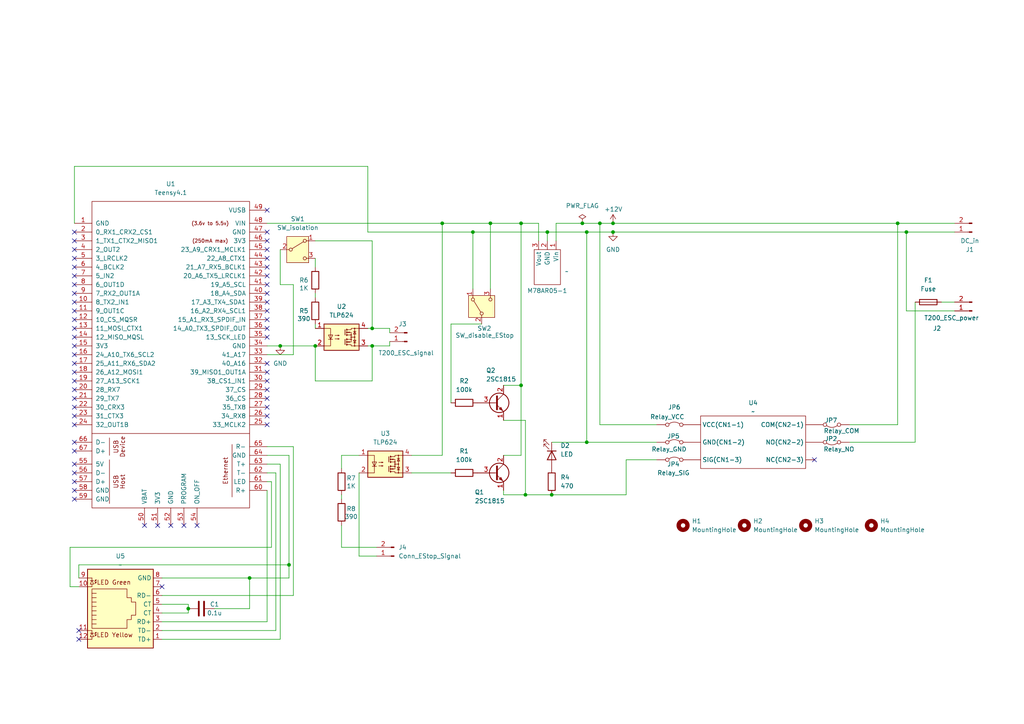
<source format=kicad_sch>
(kicad_sch (version 20231120) (generator "eeschema") (generator_version "8.0")
  (paper "A4")
  (lib_symbols
    (symbol "AE-RELAY953B-12V:AE-RELAY953B-12V"
      (property "Reference" "U" (at 0 0 0))
      (symbol "AE-RELAY953B-12V_0_1"
        (rectangle (start -16.51 7.62) (end 13.97 -7.62))
      )
      (symbol "AE-RELAY953B-12V_1_1"
        (pin input line (at 16.51 5.08 180) (length 2.54) (name "COM(CN2-1)") (number ""))
        (pin input line (at -19.05 0 0) (length 2.54) (name "GND(CN1-2)") (number ""))
        (pin input line (at 16.51 -5.08 180) (length 2.54) (name "NC(CN2-3)") (number ""))
        (pin input line (at 16.51 0 180) (length 2.54) (name "NO(CN2-2)") (number ""))
        (pin input line (at -19.05 -5.08 0) (length 2.54) (name "SIG(CN1-3)") (number ""))
        (pin input line (at -19.05 5.08 0) (length 2.54) (name "VCC(CN1-1)") (number ""))
      )
    )
    (symbol "Connector:Conn_01x02_Pin" (pin_names (offset 1.016) hide)
      (property "Reference" "J" (at 0 2.54 0))
      (property "Value" "Conn_01x02_Pin" (at 0 -5.08 0))
      (symbol "Conn_01x02_Pin_1_1"
        (polyline (pts (xy 1.27 -2.54) (xy 0.8636 -2.54)) (stroke (width 0.1524)))
        (polyline (pts (xy 1.27 0) (xy 0.8636 0)) (stroke (width 0.1524)))
        (rectangle (start 0.8636 -2.413) (end 0 -2.667) (stroke (width 0.1524)) (fill (type outline)))
        (rectangle (start 0.8636 0.127) (end 0 -0.127) (stroke (width 0.1524)) (fill (type outline)))
        (pin passive line (at 5.08 0 180) (length 3.81) (name "Pin_1") (number "1"))
        (pin passive line (at 5.08 -2.54 180) (length 3.81) (name "Pin_2") (number "2"))
      )
    )
    (symbol "Device:C" (pin_numbers hide) (pin_names (offset 0.254))
      (property "Reference" "C" (at 0.635 2.54 0))
      (property "Value" "C" (at 0.635 -2.54 0))
      (symbol "C_0_1"
        (polyline (pts (xy -2.032 -0.762) (xy 2.032 -0.762)) (stroke (width 0.508)))
        (polyline (pts (xy -2.032 0.762) (xy 2.032 0.762)) (stroke (width 0.508)))
      )
      (symbol "C_1_1"
        (pin passive line (at 0 3.81 270) (length 2.794) (name "~") (number "1"))
        (pin passive line (at 0 -3.81 90) (length 2.794) (name "~") (number "2"))
      )
    )
    (symbol "Device:Fuse" (pin_numbers hide) (pin_names (offset 0))
      (property "Reference" "F" (at 2.032 0 90))
      (property "Value" "Fuse" (at -1.905 0 90))
      (symbol "Fuse_0_1"
        (rectangle (start -0.762 -2.54) (end 0.762 2.54) (stroke (width 0.254)))
        (polyline (pts (xy 0 2.54) (xy 0 -2.54)))
      )
      (symbol "Fuse_1_1"
        (pin passive line (at 0 3.81 270) (length 1.27) (name "~") (number "1"))
        (pin passive line (at 0 -3.81 90) (length 1.27) (name "~") (number "2"))
      )
    )
    (symbol "Device:LED" (pin_numbers hide) (pin_names (offset 1.016) hide)
      (property "Reference" "D" (at 0 2.54 0))
      (property "Value" "LED" (at 0 -2.54 0))
      (symbol "LED_0_1"
        (polyline (pts (xy -1.27 -1.27) (xy -1.27 1.27)) (stroke (width 0.254)))
        (polyline (pts (xy -1.27 0) (xy 1.27 0)))
        (polyline (pts (xy 1.27 -1.27) (xy 1.27 1.27) (xy -1.27 0) (xy 1.27 -1.27)) (stroke (width 0.254)))
        (polyline (pts (xy -3.048 -0.762) (xy -4.572 -2.286) (xy -3.81 -2.286) (xy -4.572 -2.286) (xy -4.572 -1.524)))
        (polyline (pts (xy -1.778 -0.762) (xy -3.302 -2.286) (xy -2.54 -2.286) (xy -3.302 -2.286) (xy -3.302 -1.524)))
      )
      (symbol "LED_1_1"
        (pin passive line (at -3.81 0 0) (length 2.54) (name "K") (number "1"))
        (pin passive line (at 3.81 0 180) (length 2.54) (name "A") (number "2"))
      )
    )
    (symbol "Device:R" (pin_numbers hide) (pin_names (offset 0))
      (property "Reference" "R" (at 2.032 0 90))
      (property "Value" "R" (at 0 0 90))
      (symbol "R_0_1"
        (rectangle (start -1.016 -2.54) (end 1.016 2.54) (stroke (width 0.254)))
      )
      (symbol "R_1_1"
        (pin passive line (at 0 3.81 270) (length 1.27) (name "~") (number "1"))
        (pin passive line (at 0 -3.81 90) (length 1.27) (name "~") (number "2"))
      )
    )
    (symbol "Jumper:Jumper_2_Bridged" (pin_numbers hide) (pin_names (offset 0) hide) (exclude_from_sim yes)
      (property "Reference" "JP" (at 0 1.905 0))
      (property "Value" "Jumper_2_Bridged" (at 0 -2.54 0))
      (symbol "Jumper_2_Bridged_0_0"
        (circle (center -2.032 0) (radius 0.508))
        (circle (center 2.032 0) (radius 0.508))
      )
      (symbol "Jumper_2_Bridged_0_1"
        (arc (start 1.524 0.254) (mid 0 0.762) (end -1.524 0.254))
      )
      (symbol "Jumper_2_Bridged_1_1"
        (pin passive line (at -5.08 0 0) (length 2.54) (name "A") (number "1"))
        (pin passive line (at 5.08 0 180) (length 2.54) (name "B") (number "2"))
      )
    )
    (symbol "M78AR05-1:M78AR05-1"
      (property "Reference" "M78AR05-1" (at 0.254 4.826 0))
      (symbol "M78AR05-1_0_1"
        (rectangle (start -5.08 3.81) (end 5.08 -3.81))
      )
      (symbol "M78AR05-1_1_1"
        (pin input line (at -7.62 2.54 0) (length 2.54) (name "Vin") (number "1"))
        (pin input line (at -7.62 0 0) (length 2.54) (name "GND") (number "2"))
        (pin output line (at -7.62 -2.54 0) (length 2.54) (name "Vout") (number "3"))
      )
    )
    (symbol "Mechanical:MountingHole" (pin_names (offset 1.016)) (exclude_from_sim yes) (in_bom no)
      (property "Reference" "H" (at 0 5.08 0))
      (property "Value" "MountingHole" (at 0 3.175 0))
      (symbol "MountingHole_0_1"
        (circle (center 0 0) (radius 1.27) (stroke (width 1.27)))
      )
    )
    (symbol "RJLD-260YC1:RJLD-260YC1"
      (property "Reference" "U" (at 0 12.7 0))
      (symbol "RJLD-260YC1_0_1"
        (rectangle (start -7.62 11.43) (end 11.43 -11.43) (stroke (width 0.254)) (fill (type background)))
        (polyline (pts (xy -7.62 -8.89) (xy -6.35 -8.89)))
        (polyline (pts (xy -7.62 -6.35) (xy -6.35 -6.35)))
        (polyline (pts (xy -7.62 6.35) (xy -6.35 6.35)))
        (polyline (pts (xy -7.62 8.89) (xy -6.35 8.89)))
        (polyline (pts (xy -6.858 -7.112) (xy -5.842 -7.112)))
        (polyline (pts (xy -6.858 8.128) (xy -5.842 8.128)))
        (polyline (pts (xy -6.35 -8.89) (xy -6.35 -8.128)))
        (polyline (pts (xy -6.35 -6.35) (xy -6.35 -7.112)))
        (polyline (pts (xy -6.35 6.35) (xy -6.35 7.112)))
        (polyline (pts (xy -6.35 8.89) (xy -6.35 8.128)))
        (polyline (pts (xy -5.08 -7.493) (xy -5.207 -7.874)))
        (polyline (pts (xy -5.08 -6.858) (xy -5.207 -7.239)))
        (polyline (pts (xy -5.08 3.175) (xy -6.35 3.175)))
        (polyline (pts (xy -5.08 4.445) (xy -6.35 4.445)))
        (polyline (pts (xy -5.08 7.747) (xy -5.207 7.366)))
        (polyline (pts (xy -5.08 8.382) (xy -5.207 8.001)))
        (polyline (pts (xy -6.35 -4.445) (xy -5.08 -4.445) (xy -5.08 -4.445)))
        (polyline (pts (xy -6.35 -3.175) (xy -5.08 -3.175) (xy -5.08 -3.175)))
        (polyline (pts (xy -6.35 -1.905) (xy -5.08 -1.905) (xy -5.08 -1.905)))
        (polyline (pts (xy -6.35 -0.635) (xy -5.08 -0.635) (xy -5.08 -0.635)))
        (polyline (pts (xy -6.35 0.635) (xy -5.08 0.635) (xy -5.08 0.635)))
        (polyline (pts (xy -5.588 -8.001) (xy -5.08 -7.493) (xy -5.461 -7.62)))
        (polyline (pts (xy -5.588 -7.366) (xy -5.08 -6.858) (xy -5.461 -6.985)))
        (polyline (pts (xy -5.588 7.239) (xy -5.08 7.747) (xy -5.461 7.62)))
        (polyline (pts (xy -5.588 7.874) (xy -5.08 8.382) (xy -5.461 8.255)))
        (polyline (pts (xy -5.08 1.905) (xy -6.35 1.905) (xy -6.35 1.905)))
        (polyline (pts (xy -6.35 -7.112) (xy -6.858 -8.128) (xy -5.842 -8.128) (xy -6.35 -7.112)))
        (polyline (pts (xy -6.35 8.128) (xy -6.858 7.112) (xy -5.842 7.112) (xy -6.35 8.128)))
        (polyline (pts (xy -6.35 -5.715) (xy -6.35 5.715) (xy 3.81 5.715) (xy 3.81 3.175) (xy 5.08 3.175) (xy 5.08 1.905) (xy 6.35 1.905) (xy 6.35 -1.905) (xy 5.08 -1.905) (xy 5.08 -3.175) (xy 3.81 -3.175) (xy 3.81 -5.715) (xy -6.35 -5.715) (xy -6.35 -5.715)))
      )
      (symbol "RJLD-260YC1_1_1"
        (text "LED Green" (at 0 7.62 0) (effects (font (size 1.27 1.27))))
        (text "LED Yellow" (at 0.254 -7.62 0) (effects (font (size 1.27 1.27))))
        (pin passive line (at 13.97 -8.89 180) (length 2.54) (name "TD+") (number "1"))
        (pin passive line (at -10.16 6.35 0) (length 2.54) (name "~") (number "10"))
        (pin passive line (at -10.16 -6.35 0) (length 2.54) (name "~") (number "11"))
        (pin passive line (at -10.16 -8.89 0) (length 2.54) (name "~") (number "12"))
        (pin passive line (at 13.97 -6.35 180) (length 2.54) (name "TD-") (number "2"))
        (pin passive line (at 13.97 -3.81 180) (length 2.54) (name "RD+") (number "3"))
        (pin passive line (at 13.97 -1.27 180) (length 2.54) (name "CT") (number "4"))
        (pin passive line (at 13.97 1.27 180) (length 2.54) (name "CT") (number "5"))
        (pin passive line (at 13.97 3.81 180) (length 2.54) (name "RD-") (number "6"))
        (pin passive line (at 13.97 6.35 180) (length 2.54) (name "~") (number "7"))
        (pin passive line (at 13.97 8.89 180) (length 2.54) (name "GND") (number "8"))
        (pin passive line (at -10.16 8.89 0) (length 2.54) (name "~") (number "9"))
      )
    )
    (symbol "Relay_SolidState:TLP222A"
      (property "Reference" "U" (at -5.08 5.08 0))
      (property "Value" "TLP222A" (at 0 5.08 0))
      (symbol "TLP222A_0_1"
        (rectangle (start -5.08 3.81) (end 5.08 -3.81) (stroke (width 0.254)) (fill (type background)))
        (polyline (pts (xy -3.81 -0.635) (xy -2.54 -0.635)))
        (polyline (pts (xy 1.016 -0.635) (xy 1.016 -2.159)) (stroke (width 0.2032)))
        (polyline (pts (xy 1.016 2.159) (xy 1.016 0.635)) (stroke (width 0.2032)))
        (polyline (pts (xy 1.524 -0.508) (xy 1.524 -0.762)) (stroke (width 0.3556)))
        (polyline (pts (xy 2.794 0) (xy 3.81 0)))
        (polyline (pts (xy 3.429 -1.651) (xy 4.191 -1.651)))
        (polyline (pts (xy 3.429 1.651) (xy 4.191 1.651)))
        (polyline (pts (xy 3.81 -2.54) (xy 3.81 2.54)))
        (polyline (pts (xy 1.524 -2.032) (xy 1.524 -2.286) (xy 1.524 -2.286)) (stroke (width 0.3556)))
        (polyline (pts (xy 1.524 -1.27) (xy 1.524 -1.524) (xy 1.524 -1.524)) (stroke (width 0.3556)))
        (polyline (pts (xy 1.524 0.762) (xy 1.524 0.508) (xy 1.524 0.508)) (stroke (width 0.3556)))
        (polyline (pts (xy 1.524 1.524) (xy 1.524 1.27) (xy 1.524 1.27)) (stroke (width 0.3556)))
        (polyline (pts (xy 1.524 2.286) (xy 1.524 2.032) (xy 1.524 2.032)) (stroke (width 0.3556)))
        (polyline (pts (xy 1.651 -1.397) (xy 2.794 -1.397) (xy 2.794 -0.635)))
        (polyline (pts (xy 1.651 1.397) (xy 2.794 1.397) (xy 2.794 0.635)))
        (polyline (pts (xy -5.08 2.54) (xy -3.175 2.54) (xy -3.175 -2.54) (xy -5.08 -2.54)))
        (polyline (pts (xy -3.175 -0.635) (xy -3.81 0.635) (xy -2.54 0.635) (xy -3.175 -0.635)))
        (polyline (pts (xy 1.651 -2.159) (xy 2.794 -2.159) (xy 2.794 -2.54) (xy 5.08 -2.54)))
        (polyline (pts (xy 1.651 -0.635) (xy 2.794 -0.635) (xy 2.794 0.635) (xy 1.651 0.635)))
        (polyline (pts (xy 1.651 2.159) (xy 2.794 2.159) (xy 2.794 2.54) (xy 5.08 2.54)))
        (polyline (pts (xy 1.778 -1.397) (xy 2.286 -1.27) (xy 2.286 -1.524) (xy 1.778 -1.397)))
        (polyline (pts (xy 1.778 1.397) (xy 2.286 1.524) (xy 2.286 1.27) (xy 1.778 1.397)))
        (polyline (pts (xy 3.81 -1.651) (xy 3.429 -0.889) (xy 4.191 -0.889) (xy 3.81 -1.651)))
        (polyline (pts (xy 3.81 1.651) (xy 3.429 0.889) (xy 4.191 0.889) (xy 3.81 1.651)))
        (polyline (pts (xy -1.905 -0.508) (xy -0.635 -0.508) (xy -1.016 -0.635) (xy -1.016 -0.381) (xy -0.635 -0.508)))
        (polyline (pts (xy -1.905 0.508) (xy -0.635 0.508) (xy -1.016 0.381) (xy -1.016 0.635) (xy -0.635 0.508)))
        (circle (center 2.794 -0.635) (radius 0.127))
        (circle (center 2.794 0) (radius 0.127))
        (circle (center 2.794 0.635) (radius 0.127))
        (circle (center 3.81 -2.54) (radius 0.127))
        (circle (center 3.81 0) (radius 0.127))
        (circle (center 3.81 2.54) (radius 0.127))
      )
      (symbol "TLP222A_1_1"
        (pin passive line (at -7.62 2.54 0) (length 2.54) (name "~") (number "1"))
        (pin passive line (at -7.62 -2.54 0) (length 2.54) (name "~") (number "2"))
        (pin passive line (at 7.62 -2.54 180) (length 2.54) (name "~") (number "3"))
        (pin passive line (at 7.62 2.54 180) (length 2.54) (name "~") (number "4"))
      )
    )
    (symbol "Switch:SW_SPDT" (pin_names (offset 0) hide)
      (property "Reference" "SW" (at 0 5.08 0))
      (property "Value" "SW_SPDT" (at 0 -5.08 0))
      (symbol "SW_SPDT_0_1"
        (circle (center -2.032 0) (radius 0.4572))
        (polyline (pts (xy -1.651 0.254) (xy 1.651 2.286)))
        (circle (center 2.032 -2.54) (radius 0.4572))
        (circle (center 2.032 2.54) (radius 0.4572))
      )
      (symbol "SW_SPDT_1_1"
        (rectangle (start -3.175 3.81) (end 3.175 -3.81) (fill (type background)))
        (pin passive line (at 5.08 2.54 180) (length 2.54) (name "A") (number "1"))
        (pin passive line (at -5.08 0 0) (length 2.54) (name "B") (number "2"))
        (pin passive line (at 5.08 -2.54 180) (length 2.54) (name "C") (number "3"))
      )
    )
    (symbol "Transistor_BJT:2SC1815" (pin_names (offset 0) hide)
      (property "Reference" "Q" (at 5.08 1.905 0))
      (property "Value" "2SC1815" (at 5.08 0 0))
      (symbol "2SC1815_0_1"
        (polyline (pts (xy 0 0) (xy 0.508 0)))
        (polyline (pts (xy 0.635 0.635) (xy 2.54 2.54)))
        (polyline (pts (xy 0.635 -0.635) (xy 2.54 -2.54) (xy 2.54 -2.54)))
        (polyline (pts (xy 0.635 1.905) (xy 0.635 -1.905) (xy 0.635 -1.905)) (stroke (width 0.508)))
        (polyline (pts (xy 1.27 -1.778) (xy 1.778 -1.27) (xy 2.286 -2.286) (xy 1.27 -1.778) (xy 1.27 -1.778)) (fill (type outline)))
        (circle (center 1.27 0) (radius 2.8194) (stroke (width 0.254)))
      )
      (symbol "2SC1815_1_1"
        (pin passive line (at 2.54 -5.08 90) (length 2.54) (name "E") (number "1"))
        (pin passive line (at 2.54 5.08 270) (length 2.54) (name "C") (number "2"))
        (pin input line (at -5.08 0 0) (length 5.08) (name "B") (number "3"))
      )
    )
    (symbol "power:+12V" (power) (pin_numbers hide) (pin_names (offset 0) hide)
      (property "Value" "+12V" (at 0 3.556 0))
      (symbol "+12V_0_1"
        (polyline (pts (xy -0.762 1.27) (xy 0 2.54)))
        (polyline (pts (xy 0 0) (xy 0 2.54)))
        (polyline (pts (xy 0 2.54) (xy 0.762 1.27)))
      )
      (symbol "+12V_1_1"
        (pin power_in line (at 0 0 90) (length 0) (name "~") (number "1"))
      )
    )
    (symbol "power:GND" (power) (pin_numbers hide) (pin_names (offset 0) hide)
      (property "Value" "GND" (at 0 -3.81 0))
      (symbol "GND_0_1"
        (polyline (pts (xy 0 0) (xy 0 -1.27) (xy 1.27 -1.27) (xy 0 -2.54) (xy -1.27 -1.27) (xy 0 -1.27)))
      )
      (symbol "GND_1_1"
        (pin power_in line (at 0 0 270) (length 0) (name "~") (number "1"))
      )
    )
    (symbol "power:PWR_FLAG" (power) (pin_numbers hide) (pin_names (offset 0) hide)
      (property "Value" "PWR_FLAG" (at 0 3.81 0))
      (symbol "PWR_FLAG_0_0"
        (pin power_out line (at 0 0 90) (length 0) (name "~") (number "1"))
      )
      (symbol "PWR_FLAG_0_1"
        (polyline (pts (xy 0 0) (xy 0 1.27) (xy -1.016 1.905) (xy 0 2.54) (xy 1.016 1.905) (xy 0 1.27)))
      )
    )
    (symbol "teensy:Teensy4.1" (pin_names (offset 1.016))
      (property "Reference" "U" (at 0 64.77 0))
      (property "Value" "Teensy4.1" (at 0 62.23 0))
      (symbol "Teensy4.1_0_0"
        (polyline (pts (xy -22.86 -6.35) (xy 22.86 -6.35)))
        (polyline (pts (xy -17.78 -26.67) (xy -17.78 -13.97)))
        (polyline (pts (xy -17.78 -7.62) (xy -17.78 -12.7)))
        (polyline (pts (xy 17.78 -9.525) (xy 17.78 -24.765)))
        (text "(250mA max)" (at 11.43 49.53 0) (effects (font (size 1.016 1.016))))
        (text "(3.6v to 5.5v)" (at 11.43 54.61 0) (effects (font (size 1.016 1.016))))
        (text "Device" (at -13.97 -10.16 900) (effects (font (size 1.27 1.27))))
        (text "Ethernet" (at 15.875 -17.145 900) (effects (font (size 1.27 1.27))))
        (text "Host" (at -13.97 -20.32 900) (effects (font (size 1.27 1.27))))
        (text "USB" (at -15.875 -20.32 900) (effects (font (size 1.27 1.27))))
        (text "USB" (at -15.875 -10.16 900) (effects (font (size 1.27 1.27))))
        (pin bidirectional line (at -27.94 31.75 0) (length 5.08) (name "8_TX2_IN1") (number "10"))
        (pin bidirectional line (at -27.94 29.21 0) (length 5.08) (name "9_OUT1C") (number "11"))
        (pin bidirectional line (at -27.94 26.67 0) (length 5.08) (name "10_CS_MQSR") (number "12"))
        (pin bidirectional line (at -27.94 24.13 0) (length 5.08) (name "11_MOSI_CTX1") (number "13"))
        (pin bidirectional line (at -27.94 21.59 0) (length 5.08) (name "12_MISO_MQSL") (number "14"))
        (pin power_in line (at -27.94 19.05 0) (length 5.08) (name "3V3") (number "15"))
        (pin bidirectional line (at -27.94 16.51 0) (length 5.08) (name "24_A10_TX6_SCL2") (number "16"))
        (pin bidirectional line (at -27.94 13.97 0) (length 5.08) (name "25_A11_RX6_SDA2") (number "17"))
        (pin bidirectional line (at -27.94 11.43 0) (length 5.08) (name "26_A12_MOSI1") (number "18"))
        (pin bidirectional line (at -27.94 8.89 0) (length 5.08) (name "27_A13_SCK1") (number "19"))
        (pin bidirectional line (at -27.94 6.35 0) (length 5.08) (name "28_RX7") (number "20"))
        (pin bidirectional line (at -27.94 3.81 0) (length 5.08) (name "29_TX7") (number "21"))
        (pin bidirectional line (at -27.94 1.27 0) (length 5.08) (name "30_CRX3") (number "22"))
        (pin bidirectional line (at -27.94 -1.27 0) (length 5.08) (name "31_CTX3") (number "23"))
        (pin bidirectional line (at -27.94 -3.81 0) (length 5.08) (name "32_OUT1B") (number "24"))
        (pin bidirectional line (at 27.94 -3.81 180) (length 5.08) (name "33_MCLK2") (number "25"))
        (pin bidirectional line (at 27.94 -1.27 180) (length 5.08) (name "34_RX8") (number "26"))
        (pin bidirectional line (at 27.94 1.27 180) (length 5.08) (name "35_TX8") (number "27"))
        (pin bidirectional line (at 27.94 3.81 180) (length 5.08) (name "36_CS") (number "28"))
        (pin bidirectional line (at 27.94 6.35 180) (length 5.08) (name "37_CS") (number "29"))
        (pin bidirectional line (at 27.94 8.89 180) (length 5.08) (name "38_CS1_IN1") (number "30"))
        (pin bidirectional line (at 27.94 11.43 180) (length 5.08) (name "39_MISO1_OUT1A") (number "31"))
        (pin bidirectional line (at 27.94 13.97 180) (length 5.08) (name "40_A16") (number "32"))
        (pin bidirectional line (at 27.94 16.51 180) (length 5.08) (name "41_A17") (number "33"))
        (pin bidirectional line (at 27.94 21.59 180) (length 5.08) (name "13_SCK_LED") (number "35"))
        (pin bidirectional line (at 27.94 24.13 180) (length 5.08) (name "14_A0_TX3_SPDIF_OUT") (number "36"))
        (pin bidirectional line (at 27.94 26.67 180) (length 5.08) (name "15_A1_RX3_SPDIF_IN") (number "37"))
        (pin bidirectional line (at 27.94 29.21 180) (length 5.08) (name "16_A2_RX4_SCL1") (number "38"))
        (pin bidirectional line (at 27.94 31.75 180) (length 5.08) (name "17_A3_TX4_SDA1") (number "39"))
        (pin bidirectional line (at 27.94 34.29 180) (length 5.08) (name "18_A4_SDA") (number "40"))
        (pin bidirectional line (at 27.94 36.83 180) (length 5.08) (name "19_A5_SCL") (number "41"))
        (pin bidirectional line (at 27.94 39.37 180) (length 5.08) (name "20_A6_TX5_LRCLK1") (number "42"))
        (pin bidirectional line (at 27.94 41.91 180) (length 5.08) (name "21_A7_RX5_BCLK1") (number "43"))
        (pin bidirectional line (at 27.94 44.45 180) (length 5.08) (name "22_A8_CTX1") (number "44"))
        (pin bidirectional line (at 27.94 46.99 180) (length 5.08) (name "23_A9_CRX1_MCLK1") (number "45"))
        (pin output line (at 27.94 49.53 180) (length 5.08) (name "3V3") (number "46"))
        (pin output line (at 27.94 52.07 180) (length 5.08) (name "GND") (number "47"))
        (pin power_in line (at 27.94 54.61 180) (length 5.08) (name "VIN") (number "48"))
        (pin power_out line (at 27.94 58.42 180) (length 5.08) (name "VUSB") (number "49"))
        (pin bidirectional line (at -27.94 44.45 0) (length 5.08) (name "3_LRCLK2") (number "5"))
        (pin power_in line (at -7.62 -33.02 90) (length 5.08) (name "VBAT") (number "50"))
        (pin power_in line (at -3.81 -33.02 90) (length 5.08) (name "3V3") (number "51"))
        (pin input line (at 0 -33.02 90) (length 5.08) (name "GND") (number "52"))
        (pin input line (at 3.81 -33.02 90) (length 5.08) (name "PROGRAM") (number "53"))
        (pin input line (at 7.62 -33.02 90) (length 5.08) (name "ON_OFF") (number "54"))
        (pin power_out line (at -27.94 -15.24 0) (length 5.08) (name "5V") (number "55"))
        (pin bidirectional line (at -27.94 -17.78 0) (length 5.08) (name "D-") (number "56"))
        (pin bidirectional line (at -27.94 -20.32 0) (length 5.08) (name "D+") (number "57"))
        (pin power_in line (at -27.94 -22.86 0) (length 5.08) (name "GND") (number "58"))
        (pin power_in line (at -27.94 -25.4 0) (length 5.08) (name "GND") (number "59"))
        (pin bidirectional line (at -27.94 41.91 0) (length 5.08) (name "4_BCLK2") (number "6"))
        (pin bidirectional line (at 27.94 -22.86 180) (length 5.08) (name "R+") (number "60"))
        (pin bidirectional line (at 27.94 -20.32 180) (length 5.08) (name "LED") (number "61"))
        (pin bidirectional line (at 27.94 -17.78 180) (length 5.08) (name "T-") (number "62"))
        (pin bidirectional line (at 27.94 -15.24 180) (length 5.08) (name "T+") (number "63"))
        (pin power_in line (at 27.94 -12.7 180) (length 5.08) (name "GND") (number "64"))
        (pin bidirectional line (at 27.94 -10.16 180) (length 5.08) (name "R-") (number "65"))
        (pin bidirectional line (at -27.94 -8.89 0) (length 5.08) (name "D-") (number "66"))
        (pin bidirectional line (at -27.94 -11.43 0) (length 5.08) (name "D+") (number "67"))
        (pin bidirectional line (at -27.94 39.37 0) (length 5.08) (name "5_IN2") (number "7"))
        (pin bidirectional line (at -27.94 36.83 0) (length 5.08) (name "6_OUT1D") (number "8"))
        (pin bidirectional line (at -27.94 34.29 0) (length 5.08) (name "7_RX2_OUT1A") (number "9"))
      )
      (symbol "Teensy4.1_0_1"
        (rectangle (start -22.86 60.96) (end 22.86 -27.94))
        (rectangle (start -20.32 -1.27) (end -20.32 -1.27))
      )
      (symbol "Teensy4.1_1_1"
        (pin power_in line (at -27.94 54.61 0) (length 5.08) (name "GND") (number "1"))
        (pin bidirectional line (at -27.94 52.07 0) (length 5.08) (name "0_RX1_CRX2_CS1") (number "2"))
        (pin bidirectional line (at -27.94 49.53 0) (length 5.08) (name "1_TX1_CTX2_MISO1") (number "3"))
        (pin power_in line (at 27.94 19.05 180) (length 5.08) (name "GND") (number "34"))
        (pin bidirectional line (at -27.94 46.99 0) (length 5.08) (name "2_OUT2") (number "4"))
      )
    )
  )
  (junction (at 177.8 64.77))
  (junction (at 83.82 163.83))
  (junction (at 151.13 64.77))
  (junction (at 170.18 67.31))
  (junction (at 152.4 143.51))
  (junction (at 107.95 95.25))
  (junction (at 160.02 143.51))
  (junction (at 54.61 176.53))
  (junction (at 137.16 67.31))
  (junction (at 168.91 64.77))
  (junction (at 151.13 111.76))
  (junction (at 158.75 67.31))
  (junction (at 177.8 67.31))
  (junction (at 173.99 64.77))
  (junction (at 72.39 167.64))
  (junction (at 170.18 128.27))
  (junction (at 81.28 100.33))
  (junction (at 260.35 64.77))
  (junction (at 262.89 67.31))
  (junction (at 91.44 100.33))
  (junction (at 142.24 64.77))
  (junction (at 107.95 100.33))
  (junction (at 128.27 64.77))
  (no_connect (at 21.59 92.71))
  (no_connect (at 77.47 92.71))
  (no_connect (at 21.59 72.39))
  (no_connect (at 77.47 82.55))
  (no_connect (at 77.47 87.63))
  (no_connect (at 77.47 72.39))
  (no_connect (at 21.59 69.85))
  (no_connect (at 77.47 120.65))
  (no_connect (at 77.47 123.19))
  (no_connect (at 21.59 67.31))
  (no_connect (at 77.47 95.25))
  (no_connect (at 53.34 152.4))
  (no_connect (at 77.47 107.95))
  (no_connect (at 21.59 77.47))
  (no_connect (at 77.47 80.01))
  (no_connect (at 21.59 137.16))
  (no_connect (at 21.59 74.93))
  (no_connect (at 21.59 85.09))
  (no_connect (at 21.59 144.78))
  (no_connect (at 21.59 110.49))
  (no_connect (at 21.59 95.25))
  (no_connect (at 21.59 142.24))
  (no_connect (at 21.59 97.79))
  (no_connect (at 21.59 128.27))
  (no_connect (at 46.99 170.18))
  (no_connect (at 21.59 134.62))
  (no_connect (at 77.47 85.09))
  (no_connect (at 77.47 67.31))
  (no_connect (at 77.47 90.17))
  (no_connect (at 77.47 105.41))
  (no_connect (at 41.91 152.4))
  (no_connect (at 77.47 77.47))
  (no_connect (at 21.59 102.87))
  (no_connect (at 22.86 182.88))
  (no_connect (at 21.59 123.19))
  (no_connect (at 21.59 82.55))
  (no_connect (at 22.86 185.42))
  (no_connect (at 77.47 118.11))
  (no_connect (at 77.47 60.96))
  (no_connect (at 21.59 120.65))
  (no_connect (at 21.59 115.57))
  (no_connect (at 57.15 152.4))
  (no_connect (at 21.59 90.17))
  (no_connect (at 45.72 152.4))
  (no_connect (at 77.47 74.93))
  (no_connect (at 236.22 133.35))
  (no_connect (at 21.59 107.95))
  (no_connect (at 49.53 152.4))
  (no_connect (at 21.59 80.01))
  (no_connect (at 77.47 115.57))
  (no_connect (at 21.59 118.11))
  (no_connect (at 21.59 130.81))
  (no_connect (at 77.47 97.79))
  (no_connect (at 21.59 113.03))
  (no_connect (at 21.59 105.41))
  (no_connect (at 77.47 69.85))
  (no_connect (at 21.59 100.33))
  (no_connect (at 21.59 87.63))
  (no_connect (at 77.47 110.49))
  (no_connect (at 21.59 139.7))
  (no_connect (at 77.47 113.03))
  (wire (pts (xy 260.35 123.19) (xy 260.35 64.77)))
  (wire (pts (xy 146.05 121.92) (xy 152.4 121.92)))
  (wire (pts (xy 22.86 167.64) (xy 22.86 163.83)))
  (wire (pts (xy 152.4 121.92) (xy 152.4 143.51)))
  (wire (pts (xy 113.03 100.33) (xy 113.03 99.06)))
  (wire (pts (xy 104.14 132.08) (xy 99.06 132.08)))
  (wire (pts (xy 151.13 64.77) (xy 156.21 64.77)))
  (wire (pts (xy 106.68 48.26) (xy 21.59 48.26)))
  (wire (pts (xy 78.74 158.75) (xy 78.74 139.7)))
  (wire (pts (xy 77.47 180.34) (xy 46.99 180.34)))
  (wire (pts (xy 152.4 143.51) (xy 160.02 143.51)))
  (wire (pts (xy 107.95 100.33) (xy 113.03 100.33)))
  (wire (pts (xy 156.21 64.77) (xy 156.21 69.85)))
  (wire (pts (xy 170.18 128.27) (xy 190.5 128.27)))
  (wire (pts (xy 91.44 93.98) (xy 91.44 95.25)))
  (wire (pts (xy 168.91 64.77) (xy 173.99 64.77)))
  (wire (pts (xy 99.06 143.51) (xy 99.06 144.78)))
  (wire (pts (xy 107.95 95.25) (xy 113.03 95.25)))
  (wire (pts (xy 91.44 110.49) (xy 107.95 110.49)))
  (wire (pts (xy 262.89 90.17) (xy 276.86 90.17)))
  (wire (pts (xy 158.75 67.31) (xy 158.75 69.85)))
  (wire (pts (xy 173.99 123.19) (xy 173.99 64.77)))
  (wire (pts (xy 85.09 102.87) (xy 77.47 102.87)))
  (wire (pts (xy 170.18 67.31) (xy 170.18 128.27)))
  (wire (pts (xy 80.01 137.16) (xy 80.01 182.88)))
  (wire (pts (xy 77.47 64.77) (xy 128.27 64.77)))
  (wire (pts (xy 83.82 163.83) (xy 83.82 167.64)))
  (wire (pts (xy 177.8 67.31) (xy 262.89 67.31)))
  (wire (pts (xy 113.03 95.25) (xy 113.03 96.52)))
  (wire (pts (xy 142.24 64.77) (xy 142.24 83.82)))
  (wire (pts (xy 130.81 93.98) (xy 139.7 93.98)))
  (wire (pts (xy 190.5 123.19) (xy 173.99 123.19)))
  (wire (pts (xy 151.13 132.08) (xy 146.05 132.08)))
  (wire (pts (xy 81.28 82.55) (xy 85.09 82.55)))
  (wire (pts (xy 160.02 128.27) (xy 170.18 128.27)))
  (wire (pts (xy 22.86 163.83) (xy 83.82 163.83)))
  (wire (pts (xy 77.47 142.24) (xy 77.47 180.34)))
  (wire (pts (xy 265.43 87.63) (xy 265.43 128.27)))
  (wire (pts (xy 85.09 129.54) (xy 85.09 172.72)))
  (wire (pts (xy 151.13 64.77) (xy 151.13 111.76)))
  (wire (pts (xy 151.13 111.76) (xy 151.13 132.08)))
  (wire (pts (xy 246.38 123.19) (xy 260.35 123.19)))
  (wire (pts (xy 170.18 67.31) (xy 177.8 67.31)))
  (wire (pts (xy 99.06 152.4) (xy 99.06 158.75)))
  (wire (pts (xy 91.44 74.93) (xy 91.44 77.47)))
  (wire (pts (xy 81.28 185.42) (xy 46.99 185.42)))
  (wire (pts (xy 54.61 176.53) (xy 54.61 175.26)))
  (wire (pts (xy 158.75 67.31) (xy 170.18 67.31)))
  (wire (pts (xy 83.82 132.08) (xy 83.82 163.83)))
  (wire (pts (xy 78.74 139.7) (xy 77.47 139.7)))
  (wire (pts (xy 246.38 128.27) (xy 265.43 128.27)))
  (wire (pts (xy 128.27 64.77) (xy 142.24 64.77)))
  (wire (pts (xy 77.47 129.54) (xy 85.09 129.54)))
  (wire (pts (xy 106.68 67.31) (xy 106.68 48.26)))
  (wire (pts (xy 177.8 64.77) (xy 260.35 64.77)))
  (wire (pts (xy 91.44 100.33) (xy 91.44 110.49)))
  (wire (pts (xy 22.86 170.18) (xy 20.32 170.18)))
  (wire (pts (xy 262.89 67.31) (xy 276.86 67.31)))
  (wire (pts (xy 107.95 69.85) (xy 107.95 95.25)))
  (wire (pts (xy 77.47 100.33) (xy 81.28 100.33)))
  (wire (pts (xy 152.4 143.51) (xy 146.05 143.51)))
  (wire (pts (xy 54.61 176.53) (xy 54.61 177.8)))
  (wire (pts (xy 91.44 69.85) (xy 107.95 69.85)))
  (wire (pts (xy 77.47 132.08) (xy 83.82 132.08)))
  (wire (pts (xy 99.06 158.75) (xy 109.22 158.75)))
  (wire (pts (xy 104.14 161.29) (xy 109.22 161.29)))
  (wire (pts (xy 273.05 87.63) (xy 276.86 87.63)))
  (wire (pts (xy 146.05 111.76) (xy 151.13 111.76)))
  (wire (pts (xy 72.39 176.53) (xy 72.39 167.64)))
  (wire (pts (xy 80.01 182.88) (xy 46.99 182.88)))
  (wire (pts (xy 20.32 170.18) (xy 20.32 158.75)))
  (wire (pts (xy 119.38 137.16) (xy 130.81 137.16)))
  (wire (pts (xy 46.99 175.26) (xy 54.61 175.26)))
  (wire (pts (xy 181.61 133.35) (xy 181.61 143.51)))
  (wire (pts (xy 81.28 100.33) (xy 91.44 100.33)))
  (wire (pts (xy 161.29 64.77) (xy 161.29 69.85)))
  (wire (pts (xy 137.16 67.31) (xy 137.16 83.82)))
  (wire (pts (xy 83.82 167.64) (xy 72.39 167.64)))
  (wire (pts (xy 81.28 72.39) (xy 81.28 82.55)))
  (wire (pts (xy 262.89 67.31) (xy 262.89 90.17)))
  (wire (pts (xy 190.5 133.35) (xy 181.61 133.35)))
  (wire (pts (xy 128.27 132.08) (xy 128.27 64.77)))
  (wire (pts (xy 130.81 93.98) (xy 130.81 116.84)))
  (wire (pts (xy 137.16 67.31) (xy 158.75 67.31)))
  (wire (pts (xy 77.47 137.16) (xy 80.01 137.16)))
  (wire (pts (xy 119.38 132.08) (xy 128.27 132.08)))
  (wire (pts (xy 142.24 64.77) (xy 151.13 64.77)))
  (wire (pts (xy 104.14 137.16) (xy 104.14 161.29)))
  (wire (pts (xy 85.09 172.72) (xy 46.99 172.72)))
  (wire (pts (xy 260.35 64.77) (xy 276.86 64.77)))
  (wire (pts (xy 107.95 100.33) (xy 107.95 110.49)))
  (wire (pts (xy 106.68 100.33) (xy 107.95 100.33)))
  (wire (pts (xy 137.16 67.31) (xy 106.68 67.31)))
  (wire (pts (xy 91.44 85.09) (xy 91.44 86.36)))
  (wire (pts (xy 160.02 143.51) (xy 181.61 143.51)))
  (wire (pts (xy 54.61 177.8) (xy 46.99 177.8)))
  (wire (pts (xy 20.32 158.75) (xy 78.74 158.75)))
  (wire (pts (xy 106.68 95.25) (xy 107.95 95.25)))
  (wire (pts (xy 21.59 48.26) (xy 21.59 64.77)))
  (wire (pts (xy 161.29 64.77) (xy 168.91 64.77)))
  (wire (pts (xy 81.28 134.62) (xy 81.28 185.42)))
  (wire (pts (xy 146.05 143.51) (xy 146.05 142.24)))
  (wire (pts (xy 99.06 132.08) (xy 99.06 135.89)))
  (wire (pts (xy 72.39 167.64) (xy 46.99 167.64)))
  (wire (pts (xy 173.99 64.77) (xy 177.8 64.77)))
  (wire (pts (xy 85.09 82.55) (xy 85.09 102.87)))
  (wire (pts (xy 62.23 176.53) (xy 72.39 176.53)))
  (wire (pts (xy 77.47 134.62) (xy 81.28 134.62)))
  (symbol (lib_id "power:GND") (at 81.28 100.33 0) (unit 1)
    (property "Reference" "#PWR02" (effects (hide yes)))
    (property "Value" "GND" (at 81.28 105.41 0))
    (property "Description" "Power symbol creates a global label with name \"GND\" , ground" (effects (hide yes)))
  )
  (symbol (lib_id "Connector:Conn_01x02_Pin") (at 281.94 67.31 180) (unit 1)
    (property "Reference" "J1" (at 281.305 72.39 0))
    (property "Value" "DC_in" (at 281.305 69.85 0))
    (property "Footprint" "Connector_AMASS:AMASS_XT60PW-F_1x02_P7.20mm_Horizontal" (effects (hide yes)))
    (property "Description" "Generic connector, single row, 01x02, script generated" (effects (hide yes)))
  )
  (symbol (lib_id "Mechanical:MountingHole") (at 198.12 152.4 0) (unit 1) (exclude_from_sim yes) (in_bom no)
    (property "Reference" "H1" (at 200.66 151.1299 0) (effects (justify left)))
    (property "Value" "MountingHole" (at 200.66 153.6699 0) (effects (justify left)))
    (property "Footprint" "MountingHole:MountingHole_3.2mm_M3" (effects (hide yes)))
    (property "Description" "Mounting Hole without connection" (effects (hide yes)))
  )
  (symbol (lib_id "power:PWR_FLAG") (at 168.91 64.77 0) (unit 1)
    (property "Reference" "#FLG01" (effects (hide yes)))
    (property "Value" "PWR_FLAG" (at 168.91 59.69 0))
    (property "Description" "Special symbol for telling ERC where power comes from" (effects (hide yes)))
  )
  (symbol (lib_id "RJLD-260YC1:RJLD-260YC1") (at 33.02 176.53 0) (unit 1)
    (property "Reference" "U5" (at 34.925 161.29 0))
    (property "Value" "~" (at 34.925 163.83 0))
    (property "Footprint" "RJLD-260YC1:RJLD-260YC1" (effects (hide yes)))
    (property "Datasheet" "https://akizukidenshi.com/catalog/g/g129472/" (effects (hide yes)))
  )
  (symbol (lib_id "Relay_SolidState:TLP222A") (at 99.06 97.79 0) (unit 1)
    (property "Reference" "U2" (at 99.06 88.9 0))
    (property "Value" "TLP624" (at 99.06 91.44 0))
    (property "Footprint" "Package_DIP:DIP-4_W7.62mm" (effects (hide yes)))
    (property "Datasheet" "https://akizukidenshi.com/catalog/g/g107551/" (effects (hide yes)))
    (property "Description" "MOSFET Photorelay 1-Form-A, Voff 60V, Ion 0,5A, DIP4" (effects (hide yes)))
  )
  (symbol (lib_id "Switch:SW_SPDT") (at 139.7 88.9 90) (unit 1)
    (property "Reference" "SW2" (at 138.43 95.25 90) (effects (justify right)))
    (property "Value" "SW_disable_EStop" (at 132.08 97.282 90) (effects (justify right)))
    (property "Footprint" "SS-12D00G3:SS-12D00G3" (effects (hide yes)))
    (property "Description" "Switch, single pole double throw" (effects (hide yes)))
  )
  (symbol (lib_id "Device:LED") (at 160.02 132.08 270) (unit 1)
    (property "Reference" "D2" (at 162.56 129.2224 90) (effects (justify left)))
    (property "Value" "LED" (at 162.56 131.7624 90) (effects (justify left)))
    (property "Footprint" "LED_THT:LED_D3.0mm" (effects (hide yes)))
    (property "Datasheet" "https://akizukidenshi.com/catalog/g/g111636/" (effects (hide yes)))
    (property "Description" "Light emitting diode" (effects (hide yes)))
  )
  (symbol (lib_id "Device:R") (at 91.44 81.28 0) (unit 1)
    (property "Reference" "R6" (at 88.138 81.28 0))
    (property "Value" "1K" (at 88.138 83.566 0))
    (property "Footprint" "Resistor_THT:R_Axial_DIN0207_L6.3mm_D2.5mm_P10.16mm_Horizontal" (effects (hide yes)))
    (property "Datasheet" "https://akizukidenshi.com/catalog/g/g108535/" (effects (hide yes)))
    (property "Description" "Resistor" (effects (hide yes)))
  )
  (symbol (lib_id "Device:R") (at 99.06 139.7 0) (unit 1)
    (property "Reference" "R7" (at 101.854 138.684 0))
    (property "Value" "1K" (at 101.854 140.97 0))
    (property "Footprint" "Resistor_THT:R_Axial_DIN0207_L6.3mm_D2.5mm_P10.16mm_Horizontal" (effects (hide yes)))
    (property "Datasheet" "https://akizukidenshi.com/catalog/g/g108535/" (effects (hide yes)))
    (property "Description" "Resistor" (effects (hide yes)))
  )
  (symbol (lib_id "Transistor_BJT:2SC1815") (at 143.51 116.84 0) (unit 1)
    (property "Reference" "Q2" (at 140.97 107.442 0) (effects (justify left)))
    (property "Value" "2SC1815" (at 140.97 109.982 0) (effects (justify left)))
    (property "Footprint" "Package_TO_SOT_THT:TO-92_Inline" (effects (hide yes)))
    (property "Datasheet" "https://media.digikey.com/pdf/Data%20Sheets/Toshiba%20PDFs/2SC1815.pdf" (effects (hide yes)))
    (property "Description" "0.15A Ic, 50V Vce, Low Noise Audio NPN Transistor, TO-92" (effects (hide yes)))
  )
  (symbol (lib_id "Device:R") (at 99.06 148.59 0) (unit 1)
    (property "Reference" "R8" (at 101.854 147.574 0))
    (property "Value" "390" (at 101.854 149.86 0))
    (property "Footprint" "Resistor_THT:R_Axial_DIN0207_L6.3mm_D2.5mm_P10.16mm_Horizontal" (effects (hide yes)))
    (property "Datasheet" "https://akizukidenshi.com/catalog/g/g108531/" (effects (hide yes)))
    (property "Description" "Resistor" (effects (hide yes)))
  )
  (symbol (lib_id "AE-RELAY953B-12V:AE-RELAY953B-12V") (at 219.71 128.27 0) (unit 1)
    (property "Reference" "U4" (at 218.44 116.84 0))
    (property "Value" "~" (at 218.44 119.38 0))
    (property "Footprint" "AE-RELAY953B-12V:AE-RELAY953B-12V" (effects (hide yes)))
  )
  (symbol (lib_id "power:GND") (at 177.8 67.31 0) (unit 1)
    (property "Reference" "#PWR01" (effects (hide yes)))
    (property "Value" "GND" (at 177.8 72.39 0))
    (property "Description" "Power symbol creates a global label with name \"GND\" , ground" (effects (hide yes)))
  )
  (symbol (lib_id "Device:R") (at 160.02 139.7 0) (unit 1)
    (property "Reference" "R4" (at 162.56 138.4299 0) (effects (justify left)))
    (property "Value" "470" (at 162.56 140.9699 0) (effects (justify left)))
    (property "Footprint" "Resistor_THT:R_Axial_DIN0207_L6.3mm_D2.5mm_P10.16mm_Horizontal" (effects (hide yes)))
    (property "Description" "Resistor" (effects (hide yes)))
  )
  (symbol (lib_id "Device:R") (at 91.44 90.17 0) (unit 1)
    (property "Reference" "R5" (at 88.138 90.17 0))
    (property "Value" "390" (at 88.138 92.456 0))
    (property "Footprint" "Resistor_THT:R_Axial_DIN0207_L6.3mm_D2.5mm_P10.16mm_Horizontal" (effects (hide yes)))
    (property "Datasheet" "https://akizukidenshi.com/catalog/g/g108531/" (effects (hide yes)))
    (property "Description" "Resistor" (effects (hide yes)))
  )
  (symbol (lib_id "Switch:SW_SPDT") (at 86.36 72.39 0) (unit 1)
    (property "Reference" "SW1" (at 86.36 63.5 0))
    (property "Value" "SW_isolation" (at 86.36 66.04 0))
    (property "Footprint" "SS-12D00G3:SS-12D00G3" (effects (hide yes)))
    (property "Description" "Switch, single pole double throw" (effects (hide yes)))
  )
  (symbol (lib_id "Connector:Conn_01x02_Pin") (at 281.94 90.17 180) (unit 1)
    (property "Reference" "J2" (at 271.78 95.25 0))
    (property "Value" "T200_ESC_power" (at 275.971 92.202 0))
    (property "Footprint" "Connector_AMASS:AMASS_XT60PW-F_1x02_P7.20mm_Horizontal" (effects (hide yes)))
    (property "Description" "Generic connector, single row, 01x02, script generated" (effects (hide yes)))
  )
  (symbol (lib_id "Connector:Conn_01x02_Pin") (at 118.11 99.06 180) (unit 1)
    (property "Reference" "J3" (at 115.57 93.98 0) (effects (justify right)))
    (property "Value" "T200_ESC_signal" (at 109.728 102.362 0) (effects (justify right)))
    (property "Footprint" "Connector_AMASS:AMASS_XT30PW-F_1x02_P2.50mm_Horizontal" (effects (hide yes)))
    (property "Description" "Generic connector, single row, 01x02, script generated" (effects (hide yes)))
  )
  (symbol (lib_id "Device:Fuse") (at 269.24 87.63 270) (unit 1)
    (property "Reference" "F1" (at 269.24 81.28 90))
    (property "Value" "Fuse" (at 269.24 83.82 90))
    (property "Footprint" "3557-15:3557-15" (effects (hide yes)))
    (property "Description" "Fuse" (effects (hide yes)))
  )
  (symbol (lib_id "Device:R") (at 134.62 116.84 270) (unit 1)
    (property "Reference" "R2" (at 134.62 110.49 90))
    (property "Value" "100k" (at 134.62 113.03 90))
    (property "Footprint" "Resistor_THT:R_Axial_DIN0207_L6.3mm_D2.5mm_P10.16mm_Horizontal" (effects (hide yes)))
    (property "Description" "Resistor" (effects (hide yes)))
  )
  (symbol (lib_id "Mechanical:MountingHole") (at 233.68 152.4 0) (unit 1) (exclude_from_sim yes) (in_bom no)
    (property "Reference" "H3" (at 236.22 151.1299 0) (effects (justify left)))
    (property "Value" "MountingHole" (at 236.22 153.6699 0) (effects (justify left)))
    (property "Footprint" "MountingHole:MountingHole_3.2mm_M3" (effects (hide yes)))
    (property "Description" "Mounting Hole without connection" (effects (hide yes)))
  )
  (symbol (lib_id "power:+12V") (at 177.8 64.77 0) (unit 1)
    (property "Reference" "#PWR03" (effects (hide yes)))
    (property "Value" "+12V" (at 175.26 60.706 0) (effects (justify left)))
    (property "Description" "Power symbol creates a global label with name \"+12V\"" (effects (hide yes)))
  )
  (symbol (lib_id "Mechanical:MountingHole") (at 215.9 152.4 0) (unit 1) (exclude_from_sim yes) (in_bom no)
    (property "Reference" "H2" (at 218.44 151.1299 0) (effects (justify left)))
    (property "Value" "MountingHole" (at 218.44 153.6699 0) (effects (justify left)))
    (property "Footprint" "MountingHole:MountingHole_3.2mm_M3" (effects (hide yes)))
    (property "Description" "Mounting Hole without connection" (effects (hide yes)))
  )
  (symbol (lib_id "Jumper:Jumper_2_Bridged") (at 195.58 128.27 0) (unit 1) (exclude_from_sim yes)
    (property "Reference" "JP5" (at 195.326 126.492 0))
    (property "Value" "Relay_GND" (at 194.056 130.302 0))
    (property "Footprint" "Connector_Wire:SolderWire-0.1sqmm_1x01_D0.4mm_OD1mm" (effects (hide yes)))
    (property "Description" "Jumper, 2-pole, closed/bridged" (effects (hide yes)))
  )
  (symbol (lib_id "Transistor_BJT:2SC1815") (at 143.51 137.16 0) (unit 1)
    (property "Reference" "Q1" (at 137.668 142.748 0) (effects (justify left)))
    (property "Value" "2SC1815" (at 137.668 145.288 0) (effects (justify left)))
    (property "Footprint" "Package_TO_SOT_THT:TO-92_Inline" (effects (hide yes)))
    (property "Datasheet" "https://media.digikey.com/pdf/Data%20Sheets/Toshiba%20PDFs/2SC1815.pdf" (effects (hide yes)))
    (property "Description" "0.15A Ic, 50V Vce, Low Noise Audio NPN Transistor, TO-92" (effects (hide yes)))
  )
  (symbol (lib_id "Jumper:Jumper_2_Bridged") (at 241.3 123.19 180) (unit 1) (exclude_from_sim yes)
    (property "Reference" "JP7" (at 241.046 121.92 0))
    (property "Value" "Relay_COM" (at 244.094 124.968 0))
    (property "Footprint" "Connector_Wire:SolderWire-0.5sqmm_1x01_D0.9mm_OD2.1mm" (effects (hide yes)))
    (property "Description" "Jumper, 2-pole, closed/bridged" (effects (hide yes)))
  )
  (symbol (lib_id "Device:C") (at 58.42 176.53 270) (unit 1)
    (property "Reference" "C1" (at 62.23 175.26 90))
    (property "Value" "0.1u" (at 62.23 177.8 90))
    (property "Footprint" "Capacitor_THT:C_Disc_D5.1mm_W3.2mm_P5.00mm" (effects (hide yes)))
    (property "Datasheet" "https://akizukidenshi.com/catalog/g/g110147/" (effects (hide yes)))
    (property "Description" "Unpolarized capacitor" (effects (hide yes)))
  )
  (symbol (lib_id "Connector:Conn_01x02_Pin") (at 114.3 161.29 180) (unit 1)
    (property "Reference" "J4" (at 115.57 158.7499 0) (effects (justify right)))
    (property "Value" "Conn_EStop_Signal" (at 115.57 161.2899 0) (effects (justify right)))
    (property "Footprint" "Connector_JST:JST_XH_B2B-XH-A_1x02_P2.50mm_Vertical" (effects (hide yes)))
    (property "Description" "Generic connector, single row, 01x02, script generated" (effects (hide yes)))
  )
  (symbol (lib_id "Jumper:Jumper_2_Bridged") (at 195.58 123.19 0) (unit 1) (exclude_from_sim yes)
    (property "Reference" "JP6" (at 195.58 118.11 0))
    (property "Value" "Relay_VCC" (at 193.548 120.904 0))
    (property "Footprint" "Connector_Wire:SolderWire-0.1sqmm_1x01_D0.4mm_OD1mm" (effects (hide yes)))
    (property "Description" "Jumper, 2-pole, closed/bridged" (effects (hide yes)))
  )
  (symbol (lib_id "Jumper:Jumper_2_Bridged") (at 195.58 133.35 0) (unit 1) (exclude_from_sim yes)
    (property "Reference" "JP4" (at 195.326 134.62 0))
    (property "Value" "Relay_SIG" (at 195.326 137.16 0))
    (property "Footprint" "Connector_Wire:SolderWire-0.1sqmm_1x01_D0.4mm_OD1mm" (effects (hide yes)))
    (property "Description" "Jumper, 2-pole, closed/bridged" (effects (hide yes)))
  )
  (symbol (lib_id "Device:R") (at 134.62 137.16 270) (unit 1)
    (property "Reference" "R1" (at 134.62 130.81 90))
    (property "Value" "100k" (at 134.62 133.35 90))
    (property "Footprint" "Resistor_THT:R_Axial_DIN0207_L6.3mm_D2.5mm_P10.16mm_Horizontal" (effects (hide yes)))
    (property "Description" "Resistor" (effects (hide yes)))
  )
  (symbol (lib_id "teensy:Teensy4.1") (at 49.53 119.38 0) (unit 1)
    (property "Reference" "U1" (at 49.53 53.34 0))
    (property "Value" "Teensy4.1" (at 49.53 55.88 0))
    (property "Footprint" "Teensy_Custom:Teensy41" (effects (hide yes)))
  )
  (symbol (lib_id "Mechanical:MountingHole") (at 252.73 152.4 0) (unit 1) (exclude_from_sim yes) (in_bom no)
    (property "Reference" "H4" (at 255.27 151.1299 0) (effects (justify left)))
    (property "Value" "MountingHole" (at 255.27 153.6699 0) (effects (justify left)))
    (property "Footprint" "MountingHole:MountingHole_3.2mm_M3" (effects (hide yes)))
    (property "Description" "Mounting Hole without connection" (effects (hide yes)))
  )
  (symbol (lib_id "Relay_SolidState:TLP222A") (at 111.76 134.62 0) (unit 1)
    (property "Reference" "U3" (at 111.76 125.73 0))
    (property "Value" "TLP624" (at 111.76 128.27 0))
    (property "Footprint" "Package_DIP:DIP-4_W7.62mm" (effects (hide yes)))
    (property "Datasheet" "https://akizukidenshi.com/catalog/g/g107551/" (effects (hide yes)))
    (property "Description" "MOSFET Photorelay 1-Form-A, Voff 60V, Ion 0,5A, DIP4" (effects (hide yes)))
  )
  (symbol (lib_id "M78AR05-1:M78AR05-1") (at 158.75 77.47 270) (unit 1)
    (property "Reference" "M78AR05-1" (at 152.908 84.328 90) (effects (justify left)))
    (property "Value" "~" (at 163.83 78.74 90) (effects (justify left)))
    (property "Footprint" "M78AR05-1:M78AR05-1" (effects (hide yes)))
  )
  (symbol (lib_id "Jumper:Jumper_2_Bridged") (at 241.3 128.27 180) (unit 1) (exclude_from_sim yes)
    (property "Reference" "JP2" (at 241.046 127.254 0))
    (property "Value" "Relay_NO" (at 243.332 130.302 0))
    (property "Footprint" "Connector_Wire:SolderWire-0.5sqmm_1x01_D0.9mm_OD2.1mm" (effects (hide yes)))
    (property "Description" "Jumper, 2-pole, closed/bridged" (effects (hide yes)))
  )
)
</source>
